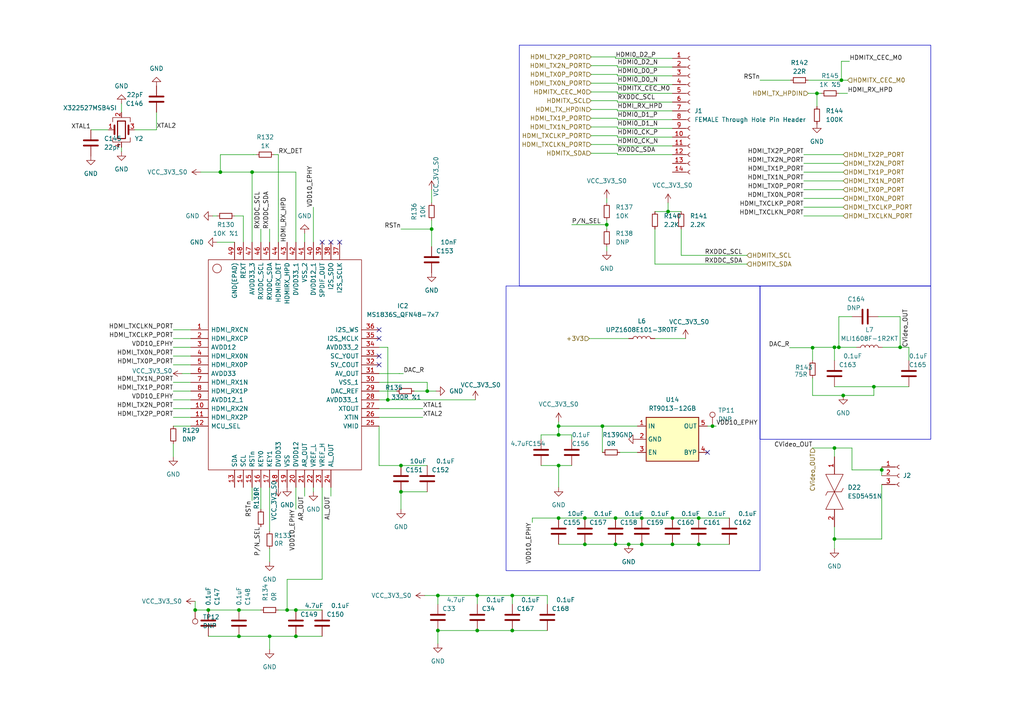
<source format=kicad_sch>
(kicad_sch (version 20231120) (generator "eeschema") (generator_version "7.99")
  (paper "A4")
  (junction (at 253.4574 112.1637))
  (junction (at 127 172.72))
  (junction (at 63.9183 49.9185))
  (junction (at 116.2974 142.6437))
  (junction (at 202.6574 157.8837))
  (junction (at 169.6374 150.2637))
  (junction (at 175.9874 65.1737))
  (junction (at 244.0487 23.2637))
  (junction (at 123.9174 113.4337))
  (junction (at 206.6461 123.5937))
  (junction (at 261.0774 100.7337))
  (junction (at 195.0374 157.8837))
  (junction (at 148.59 172.72))
  (junction (at 235.6774 100.8488))
  (junction (at 186.1474 150.2637))
  (junction (at 125.1874 66.4437))
  (junction (at 178.5274 157.8837))
  (junction (at 202.6574 150.2637))
  (junction (at 138.43 172.72))
  (junction (at 148.59 182.88))
  (junction (at 60.4174 176.9337))
  (junction (at 138.43 182.88))
  (junction (at 178.5274 150.2637))
  (junction (at 242.0274 156.3403))
  (junction (at 255.7436 136.2937))
  (junction (at 186.1474 157.8837))
  (junction (at 83.2774 176.9337))
  (junction (at 127 182.88))
  (junction (at 162.0174 126.1337))
  (junction (at 85.8174 184.5537))
  (junction (at 169.6374 157.8837))
  (junction (at 69.3074 184.5537))
  (junction (at 162.0174 123.5937))
  (junction (at 244.5674 114.7037))
  (junction (at 242.0274 129.9437))
  (junction (at 243.2974 100.7337))
  (junction (at 78.1974 184.5537))
  (junction (at 112.4874 115.9737))
  (junction (at 73.1174 49.9185))
  (junction (at 236.9474 27.0737))
  (junction (at 162.0174 150.2637))
  (junction (at 56.6074 176.9337))
  (junction (at 242.0274 100.7337))
  (junction (at 193.7674 61.3637))
  (junction (at 162.0174 135.0237))
  (junction (at 174.7174 123.5937))
  (junction (at 85.8174 176.9337))
  (junction (at 116.2974 135.0237))
  (junction (at 69.3074 176.9337))
  (junction (at 182.3374 157.8837))
  (junction (at 195.0374 150.2637))
  (no_connect (at 109.9474 98.1937))
  (no_connect (at 98.5174 70.2537))
  (no_connect (at 205.1974 131.2137))
  (no_connect (at 109.9474 95.6537))
  (no_connect (at 109.9474 105.8137))
  (no_connect (at 109.9474 103.2737))
  (no_connect (at 95.9774 70.2537))
  (no_connect (at 93.4374 70.2537))
  (wire (pts (xy 169.6374 157.8837) (xy 178.5274 157.8837)))
  (wire (pts (xy 50.2574 118.5137) (xy 55.3374 118.5137)))
  (wire (pts (xy 195.0374 32.1537) (xy 179.07 32.1537)))
  (wire (pts (xy 138.43 182.88) (xy 127 182.88)))
  (wire (pts (xy 195.0374 29.6137) (xy 179.07 29.6137)))
  (wire (pts (xy 233.1374 57.5537) (xy 244.5674 57.5537)))
  (wire (pts (xy 148.59 172.72) (xy 138.43 172.72)))
  (wire (pts (xy 244.0487 23.2637) (xy 245.8374 23.2637)))
  (wire (pts (xy 169.6374 150.2637) (xy 178.5274 150.2637)))
  (wire (pts (xy 195.0374 42.3137) (xy 179.07 42.3137)))
  (wire (pts (xy 235.6774 114.7037) (xy 235.6774 109.6237)))
  (wire (pts (xy 122.6474 121.0537) (xy 109.9474 121.0537)))
  (wire (pts (xy 174.7174 123.5937) (xy 174.7174 131.2137)))
  (wire (pts (xy 158.75 175.26) (xy 158.75 172.72)))
  (wire (pts (xy 63.9183 49.9185) (xy 58.2176 49.9185)))
  (wire (pts (xy 137.8874 115.9737) (xy 112.4874 115.9737)))
  (wire (pts (xy 61.6874 62.6337) (xy 62.9574 62.6337)))
  (wire (pts (xy 179.7974 131.2137) (xy 184.8774 131.2137)))
  (wire (pts (xy 175.9874 65.1737) (xy 175.9874 63.9037)))
  (wire (pts (xy 73.4862 44.8604) (xy 73.4862 44.8537)))
  (wire (pts (xy 126.4574 113.4337) (xy 123.9174 113.4337)))
  (wire (pts (xy 120.1074 113.4337) (xy 123.9174 113.4337)))
  (wire (pts (xy 85.8174 176.9337) (xy 83.2774 176.9337)))
  (wire (pts (xy 156.9374 135.0237) (xy 162.0174 135.0237)))
  (wire (pts (xy 63.9183 44.8604) (xy 63.9183 49.9185)))
  (wire (pts (xy 39.045 37.6506) (xy 45.395 37.6506)))
  (wire (pts (xy 165.8274 65.1737) (xy 175.9874 65.1737)))
  (wire (pts (xy 179.07 21.9937) (xy 179.07 21.59)))
  (wire (pts (xy 75.6574 147.7237) (xy 75.6574 141.3737)))
  (wire (pts (xy 179.07 37.2337) (xy 179.07 36.83)))
  (wire (pts (xy 148.59 182.88) (xy 138.43 182.88)))
  (wire (pts (xy 263.6174 100.7337) (xy 263.6174 104.5437)))
  (wire (pts (xy 109.9474 100.7337) (xy 112.4874 100.7337)))
  (wire (pts (xy 60.4174 176.9337) (xy 56.6074 176.9337)))
  (wire (pts (xy 88.3574 67.7137) (xy 88.3574 70.2537)))
  (wire (pts (xy 235.6774 129.9437) (xy 242.0274 129.9437)))
  (wire (pts (xy 50.2574 113.4337) (xy 55.3374 113.4337)))
  (wire (pts (xy 235.6774 104.5437) (xy 235.6774 100.8488)))
  (wire (pts (xy 195.0374 19.4537) (xy 179.07 19.4537)))
  (wire (pts (xy 83.2774 176.9337) (xy 80.7374 176.9337)))
  (wire (pts (xy 255.7436 136.2937) (xy 255.7436 137.9873)))
  (wire (pts (xy 193.7674 61.3637) (xy 197.5774 61.3637)))
  (wire (pts (xy 243.2974 91.8437) (xy 243.2974 100.7337)))
  (wire (pts (xy 195.0374 24.5337) (xy 179.07 24.5337)))
  (wire (pts (xy 202.6574 150.2637) (xy 211.5474 150.2637)))
  (wire (pts (xy 116.2974 142.6437) (xy 123.9174 142.6437)))
  (wire (pts (xy 69.3074 184.5537) (xy 78.1974 184.5537)))
  (wire (pts (xy 69.3074 176.9337) (xy 60.4174 176.9337)))
  (wire (pts (xy 244.5674 114.7037) (xy 253.4574 114.7037)))
  (wire (pts (xy 116.2974 147.7237) (xy 116.2974 142.6437)))
  (wire (pts (xy 156.9374 126.1337) (xy 162.0174 126.1337)))
  (wire (pts (xy 85.8174 49.9185) (xy 73.1174 49.9185)))
  (wire (pts (xy 112.4874 115.9737) (xy 109.9474 115.9737)))
  (wire (pts (xy 138.43 172.72) (xy 127 172.72)))
  (wire (pts (xy 50.2574 95.6537) (xy 55.3374 95.6537)))
  (wire (pts (xy 70.5774 62.6337) (xy 68.0374 62.6337)))
  (wire (pts (xy 233.1374 49.9337) (xy 244.5674 49.9337)))
  (wire (pts (xy 247.1074 136.2937) (xy 247.1074 129.9437)))
  (wire (pts (xy 162.0174 126.1337) (xy 165.8274 126.1337)))
  (wire (pts (xy 193.7674 58.8237) (xy 193.7674 61.3637)))
  (wire (pts (xy 138.43 175.26) (xy 138.43 172.72)))
  (wire (pts (xy 233.1374 62.6337) (xy 244.5674 62.6337)))
  (wire (pts (xy 246.38 17.78) (xy 244.0487 17.78)))
  (wire (pts (xy 171.45 21.59) (xy 179.07 21.59)))
  (wire (pts (xy 50.2574 123.5937) (xy 55.3374 123.5937)))
  (wire (pts (xy 179.07 19.4537) (xy 179.07 19.05)))
  (wire (pts (xy 50.2574 100.7337) (xy 55.3374 100.7337)))
  (wire (pts (xy 165.8274 126.1337) (xy 165.8274 127.4037)))
  (wire (pts (xy 50.2574 121.0537) (xy 55.3374 121.0537)))
  (wire (pts (xy 45.395 32.5706) (xy 45.395 37.6506)))
  (wire (pts (xy 255.7436 140.5273) (xy 255.7436 156.3403)))
  (wire (pts (xy 123.9174 110.8937) (xy 123.9174 113.4337)))
  (wire (pts (xy 125.1874 71.5237) (xy 125.1874 66.4437)))
  (wire (pts (xy 255.9974 100.7337) (xy 261.0774 100.7337)))
  (wire (pts (xy 186.1474 150.2637) (xy 195.0374 150.2637)))
  (wire (pts (xy 85.8174 184.5537) (xy 93.4374 184.5537)))
  (wire (pts (xy 50.2574 115.9737) (xy 55.3374 115.9737)))
  (wire (pts (xy 195.0374 39.7737) (xy 179.07 39.7737)))
  (wire (pts (xy 75.6574 66.4437) (xy 75.6574 70.2537)))
  (wire (pts (xy 174.7174 123.5937) (xy 184.8774 123.5937)))
  (wire (pts (xy 243.2974 100.7337) (xy 242.0274 100.7337)))
  (wire (pts (xy 195.0374 21.9937) (xy 179.07 21.9937)))
  (wire (pts (xy 179.07 27.0737) (xy 179.07 26.67)))
  (wire (pts (xy 78.1974 66.4437) (xy 78.1974 70.2537)))
  (wire (pts (xy 112.4874 100.7337) (xy 112.4874 115.9737)))
  (wire (pts (xy 162.0174 157.8837) (xy 169.6374 157.8837)))
  (wire (pts (xy 261.0774 91.8437) (xy 254.7274 91.8437)))
  (wire (pts (xy 242.0274 152.8037) (xy 242.0274 156.3403)))
  (wire (pts (xy 35.235 30.0306) (xy 35.235 32.5706)))
  (wire (pts (xy 78.1974 159.1537) (xy 78.1974 162.9637)))
  (wire (pts (xy 171.45 19.05) (xy 179.07 19.05)))
  (wire (pts (xy 80.7374 44.8537) (xy 80.7374 70.2537)))
  (wire (pts (xy 178.5274 157.8837) (xy 182.3374 157.8837)))
  (wire (pts (xy 122.6474 118.5137) (xy 109.9474 118.5137)))
  (wire (pts (xy 90.8974 60.0937) (xy 90.8974 70.2537)))
  (wire (pts (xy 255.7436 135.4473) (xy 255.7436 136.2937)))
  (wire (pts (xy 63.9183 44.8604) (xy 73.4862 44.8604)))
  (wire (pts (xy 195.0374 150.2637) (xy 202.6574 150.2637)))
  (wire (pts (xy 236.9474 27.0737) (xy 238.2174 27.0737)))
  (wire (pts (xy 154.3974 151.5337) (xy 154.3974 150.2637)))
  (wire (pts (xy 162.0174 122.3237) (xy 162.0174 123.5937)))
  (wire (pts (xy 253.4574 112.1637) (xy 253.4574 114.7037)))
  (wire (pts (xy 156.9374 127.4037) (xy 156.9374 126.1337)))
  (wire (pts (xy 78.1974 154.0737) (xy 78.1974 141.3737)))
  (wire (pts (xy 73.4862 44.8537) (xy 74.3874 44.8537)))
  (wire (pts (xy 78.1974 184.5537) (xy 85.8174 184.5537)))
  (wire (pts (xy 115.0274 113.4337) (xy 109.9474 113.4337)))
  (wire (pts (xy 88.3574 143.9137) (xy 88.3574 141.3737)))
  (wire (pts (xy 171.45 16.51) (xy 178.5274 16.51)))
  (wire (pts (xy 162.0174 123.5937) (xy 174.7174 123.5937)))
  (wire (pts (xy 123.19 172.72) (xy 127 172.72)))
  (wire (pts (xy 233.1374 52.4737) (xy 244.5674 52.4737)))
  (wire (pts (xy 247.1074 136.2937) (xy 255.7436 136.2937)))
  (wire (pts (xy 261.0774 100.7337) (xy 263.6174 100.7337)))
  (wire (pts (xy 50.2574 98.1937) (xy 55.3374 98.1937)))
  (wire (pts (xy 234.4074 27.0737) (xy 236.9474 27.0737)))
  (wire (pts (xy 171.45 26.67) (xy 179.07 26.67)))
  (wire (pts (xy 93.4374 141.3737) (xy 93.4374 168.0437)))
  (wire (pts (xy 202.6574 157.8837) (xy 211.5474 157.8837)))
  (wire (pts (xy 242.0274 156.3403) (xy 242.0274 159.1537)))
  (wire (pts (xy 189.9574 61.3637) (xy 193.7674 61.3637)))
  (wire (pts (xy 85.8174 70.2537) (xy 85.8174 49.9185)))
  (wire (pts (xy 93.4374 168.0437) (xy 83.2774 168.0437)))
  (wire (pts (xy 117.0066 108.3625) (xy 115.824 108.3625)))
  (wire (pts (xy 127 172.72) (xy 127 175.26)))
  (wire (pts (xy 242.0274 112.1637) (xy 253.4574 112.1637)))
  (wire (pts (xy 179.07 44.8537) (xy 179.07 44.45)))
  (wire (pts (xy 123.9174 135.0237) (xy 116.2974 135.0237)))
  (wire (pts (xy 248.3774 100.7337) (xy 243.2974 100.7337)))
  (wire (pts (xy 70.5774 62.6337) (xy 70.5774 70.2537)))
  (wire (pts (xy 242.0274 129.9437) (xy 242.0274 132.4837)))
  (wire (pts (xy 171.45 36.83) (xy 179.07 36.83)))
  (wire (pts (xy 178.5274 150.2637) (xy 186.1474 150.2637)))
  (wire (pts (xy 50.2574 103.2737) (xy 55.3374 103.2737)))
  (wire (pts (xy 83.2774 168.0437) (xy 83.2774 176.9337)))
  (wire (pts (xy 179.07 34.6937) (xy 179.07 34.29)))
  (wire (pts (xy 50.2574 132.4837) (xy 50.2574 128.6737)))
  (wire (pts (xy 171.45 31.75) (xy 179.07 31.75)))
  (wire (pts (xy 79.4674 44.8537) (xy 80.7374 44.8537)))
  (wire (pts (xy 189.9574 76.6037) (xy 216.6274 76.6037)))
  (wire (pts (xy 170.9074 98.1937) (xy 182.3374 98.1937)))
  (wire (pts (xy 171.45 44.45) (xy 179.07 44.45)))
  (wire (pts (xy 195.0374 157.8837) (xy 202.6574 157.8837)))
  (wire (pts (xy 247.1074 129.9437) (xy 242.0274 129.9437)))
  (wire (pts (xy 236.9474 30.8837) (xy 236.9474 27.0737)))
  (wire (pts (xy 95.9774 143.9137) (xy 95.9774 141.3737)))
  (wire (pts (xy 175.9874 72.7937) (xy 175.9874 71.5237)))
  (wire (pts (xy 62.9574 70.2537) (xy 68.0374 70.2537)))
  (wire (pts (xy 179.07 42.3137) (xy 179.07 41.91)))
  (wire (pts (xy 195.0374 34.6937) (xy 179.07 34.6937)))
  (wire (pts (xy 234.4074 23.2637) (xy 244.0487 23.2637)))
  (wire (pts (xy 73.1174 70.2537) (xy 73.1174 49.9185)))
  (wire (pts (xy 148.59 175.26) (xy 148.59 172.72)))
  (wire (pts (xy 171.45 34.29) (xy 179.07 34.29)))
  (wire (pts (xy 26.345 37.6506) (xy 31.425 37.6506)))
  (wire (pts (xy 115.824 108.3625) (xy 115.824 108.3537)))
  (wire (pts (xy 115.824 108.3537) (xy 109.9474 108.3537)))
  (wire (pts (xy 197.5774 74.0637) (xy 216.6274 74.0637)))
  (wire (pts (xy 189.9574 66.4437) (xy 189.9574 76.6037)))
  (wire (pts (xy 235.6774 100.7337) (xy 242.0274 100.7337)))
  (wire (pts (xy 35.235 44.0006) (xy 35.235 42.7306)))
  (wire (pts (xy 261.0774 91.8437) (xy 261.0774 100.7337)))
  (wire (pts (xy 158.75 172.72) (xy 148.59 172.72)))
  (wire (pts (xy 75.6574 176.9337) (xy 69.3074 176.9337)))
  (wire (pts (xy 233.1374 47.3937) (xy 244.5674 47.3937)))
  (wire (pts (xy 56.6074 176.9337) (xy 56.6074 174.3937)))
  (wire (pts (xy 243.2974 91.8437) (xy 247.1074 91.8437)))
  (wire (pts (xy 233.1374 55.0137) (xy 244.5674 55.0137)))
  (wire (pts (xy 233.1374 60.0937) (xy 244.5674 60.0937)))
  (wire (pts (xy 125.1874 66.4437) (xy 125.1874 63.9037)))
  (wire (pts (xy 206.6461 123.5937) (xy 205.1974 123.5937)))
  (wire (pts (xy 195.0374 37.2337) (xy 179.07 37.2337)))
  (wire (pts (xy 171.45 29.21) (xy 179.07 29.21)))
  (wire (pts (xy 109.9474 110.8937) (xy 123.9174 110.8937)))
  (wire (pts (xy 242.0274 156.3403) (xy 255.7436 156.3403)))
  (wire (pts (xy 197.5774 66.4437) (xy 197.5774 74.0637)))
  (wire (pts (xy 235.6774 100.8488) (xy 235.6774 100.7337)))
  (wire (pts (xy 175.9874 58.8237) (xy 175.9874 57.5537)))
  (wire (pts (xy 195.0374 27.0737) (xy 179.07 27.0737)))
  (wire (pts (xy 90.8974 142.6437) (xy 90.8974 141.3737)))
  (wire (pts (xy 179.07 29.6137) (xy 179.07 29.21)))
  (wire (pts (xy 178.5274 16.9137) (xy 195.0374 16.9137)))
  (wire (pts (xy 116.2974 66.4437) (xy 125.1874 66.4437)))
  (wire (pts (xy 60.4174 184.5537) (xy 69.3074 184.5537)))
  (wire (pts (xy 179.07 39.7737) (xy 179.07 39.37)))
  (wire (pts (xy 78.1974 188.3637) (xy 78.1974 184.5537)))
  (wire (pts (xy 162.0174 135.0237) (xy 165.8274 135.0237)))
  (wire (pts (xy 171.45 39.37) (xy 179.07 39.37)))
  (wire (pts (xy 73.1174 49.9185) (xy 63.9183 49.9185)))
  (wire (pts (xy 116.2974 135.0237) (xy 109.9474 135.0237)))
  (wire (pts (xy 109.9474 135.0237) (xy 109.9474 123.5937)))
  (wire (pts (xy 195.0374 44.8537) (xy 179.07 44.8537)))
  (wire (pts (xy 182.3374 157.8837) (xy 186.1474 157.8837)))
  (wire (pts (xy 93.4374 176.9337) (xy 85.8174 176.9337)))
  (wire (pts (xy 189.9574 98.1937) (xy 198.8474 98.1937)))
  (wire (pts (xy 242.0274 100.7337) (xy 242.0274 104.5437)))
  (wire (pts (xy 50.2574 105.8137) (xy 55.3374 105.8137)))
  (wire (pts (xy 158.75 182.88) (xy 148.59 182.88)))
  (wire (pts (xy 162.0174 123.5937) (xy 162.0174 126.1337)))
  (wire (pts (xy 178.5274 16.51) (xy 178.5274 16.9137)))
  (wire (pts (xy 243.2974 27.0737) (xy 245.8374 27.0737)))
  (wire (pts (xy 73.1174 145.1837) (xy 73.1174 141.3737)))
  (wire (pts (xy 186.1474 157.8837) (xy 195.0374 157.8837)))
  (wire (pts (xy 233.1374 44.8537) (xy 244.5674 44.8537)))
  (wire (pts (xy 50.2574 110.8937) (xy 55.3374 110.8937)))
  (wire (pts (xy 175.9874 66.4437) (xy 175.9874 65.1737)))
  (wire (pts (xy 125.1874 58.8237) (xy 125.1874 55.0137)))
  (wire (pts (xy 52.7974 108.3537) (xy 55.3374 108.3537)))
  (wire (pts (xy 162.0174 135.0237) (xy 162.0174 141.3737)))
  (wire (pts (xy 171.45 41.91) (xy 179.07 41.91)))
  (wire (pts (xy 179.07 32.1537) (xy 179.07 31.75)))
  (wire (pts (xy 85.8174 147.7237) (xy 85.8174 141.3737)))
  (wire (pts (xy 253.4574 112.1637) (xy 263.6174 112.1637)))
  (wire (pts (xy 244.0487 17.78) (xy 244.0487 23.2637)))
  (wire (pts (xy 235.6774 114.7037) (xy 244.5674 114.7037)))
  (wire (pts (xy 220.4374 23.2637) (xy 229.3274 23.2637)))
  (wire (pts (xy 127 182.88) (xy 127 186.69)))
  (wire (pts (xy 171.45 24.13) (xy 179.07 24.13)))
  (wire (pts (xy 179.07 24.5337) (xy 179.07 24.13)))
  (wire (pts (xy 235.6774 100.8488) (xy 229.0122 100.8488)))
  (wire (pts (xy 207.7374 123.5937) (xy 206.6461 123.5937)))
  (wire (pts (xy 162.0174 150.2637) (xy 169.6374 150.2637)))
  (wire (pts (xy 154.3974 150.2637) (xy 162.0174 150.2637)))
  (rectangle (start 146.7774 82.9537) (end 220.4374 165.5037))
  (rectangle (start 220.4374 82.9537) (end 269.9674 127.4037))
  (rectangle (start 150.622 13.1037) (end 269.9674 82.9537))
  (label "CVideo_OUT" (at 263.6174 100.7337 90))
  (label "HDMI0_CK_N" (at 179.07 41.91 0))
  (label "P{slash}N_SEL" (at 75.6574 152.8037 270))
  (label "XTAL1" (at 26.345 37.6506 180))
  (label "HDMI_TXCLKP_PORT" (at 233.1374 60.0937 180))
  (label "HDMI0_D1_P" (at 179.07 34.29 0))
  (label "HDMI_TXCLKP_PORT" (at 50.2574 98.1937 180))
  (label "HDMITX_CEC_M0" (at 179.07 26.67 0))
  (label "HDMI_TX1P_PORT" (at 50.2574 113.4337 180))
  (label "RSTn" (at 73.1174 145.1837 270))
  (label "HDMI_RX_HPD" (at 179.07 31.75 0))
  (label "HDMI0_D1_N" (at 179.07 36.83 0))
  (label "DAC_R" (at 117.0066 108.3625 0))
  (label "P{slash}N_SEL" (at 165.8274 65.1737 0))
  (label "RXDDC_SDA" (at 179.07 44.45 0))
  (label "RXDDC_SCL" (at 215.3574 74.0637 180))
  (label "HDMI_TX1P_PORT" (at 233.1374 49.9337 180))
  (label "HDMI0_D2_P" (at 178.5274 16.9137 0))
  (label "VDD10_EPHY" (at 85.8174 147.7237 270))
  (label "AL_OUT" (at 95.9774 143.9137 270))
  (label "RSTn" (at 220.4374 23.2637 180))
  (label "HDMI_TX0P_PORT" (at 50.2574 105.8137 180))
  (label "HDMITX_CEC_M0" (at 246.38 17.78 0))
  (label "HDMI0_D2_N" (at 179.07 19.05 0))
  (label "VDD10_EPHY" (at 50.2574 115.9737 180))
  (label "HDMI_TX2N_PORT" (at 233.1374 47.3937 180))
  (label "HDMI0_D0_N" (at 179.07 24.13 0))
  (label "VDD10_EPHY" (at 207.7374 123.5937 0))
  (label "CVideo_OUT" (at 235.6774 129.9437 180))
  (label "HDMI_TX1N_PORT" (at 50.2574 110.8937 180))
  (label "HDMI_TX1N_PORT" (at 233.1374 52.4737 180))
  (label "HDMI_TX0N_PORT" (at 50.2574 103.2737 180))
  (label "HDMI_TX0N_PORT" (at 233.1374 57.5537 180))
  (label "VDD10_EPHY" (at 154.3974 151.5337 270))
  (label "HDMI0_CK_P" (at 179.07 39.37 0))
  (label "HDMI_TX2N_PORT" (at 50.2574 118.5137 180))
  (label "RXDDC_SDA" (at 215.3574 76.6037 180))
  (label "HDMI_TXCLKN_PORT" (at 50.2574 95.6537 180))
  (label "RSTn" (at 116.2974 66.4437 180))
  (label "RXDDC_SDA" (at 78.1974 66.4437 90))
  (label "VDD10_EPHY" (at 90.8974 60.0937 90))
  (label "XTAL2" (at 122.6474 121.0537 0))
  (label "XTAL1" (at 122.6474 118.5137 0))
  (label "HDMI0_D0_P" (at 179.07 21.59 0))
  (label "XTAL2" (at 45.395 37.4969 0))
  (label "HDMI_RX_HPD" (at 245.8374 27.0737 0))
  (label "DAC_R" (at 229.0122 100.8488 180))
  (label "RX_DET" (at 80.7374 44.8537 0))
  (label "HDMI_RX_HPD" (at 83.2774 70.2537 90))
  (label "HDMI_TX2P_PORT" (at 50.2574 121.0537 180))
  (label "AR_OUT" (at 88.3574 143.9137 270))
  (label "HDMI_TX2P_PORT" (at 233.1374 44.8537 180))
  (label "HDMI_TXCLKN_PORT" (at 233.1374 62.6337 180))
  (label "RXDDC_SCL" (at 179.07 29.21 0))
  (label "VDD10_EPHY" (at 50.2574 100.7337 180))
  (label "HDMI_TX0P_PORT" (at 233.1374 55.0137 180))
  (label "RXDDC_SCL" (at 75.6574 66.4437 90))
  (hierarchical_label "HDMI_TX2N_PORT" (shape input) (at 171.45 19.05 180))
  (hierarchical_label "HDMI_TX1N_PORT" (shape input) (at 171.45 36.83 180))
  (hierarchical_label "HDMI_TX0P_PORT" (shape input) (at 244.5674 55.0137 0))
  (hierarchical_label "HDMITX_CEC_M0" (shape input) (at 245.8374 23.2637 0))
  (hierarchical_label "HDMI_TX1P_PORT" (shape input) (at 244.5674 49.9337 0))
  (hierarchical_label "HDMI_TX1P_PORT" (shape input) (at 171.45 34.29 180))
  (hierarchical_label "+3V3" (shape input) (at 170.9074 98.1937 180))
  (hierarchical_label "HDMITX_CEC_M0" (shape input) (at 171.45 26.67 180))
  (hierarchical_label "HDMI_TX0P_PORT" (shape input) (at 171.45 21.59 180))
  (hierarchical_label "HDMITX_SCL" (shape input) (at 171.45 29.21 180))
  (hierarchical_label "HDMI_TXCLKN_PORT" (shape input) (at 171.45 41.91 180))
  (hierarchical_label "HDMITX_SDA" (shape input) (at 171.45 44.45 180))
  (hierarchical_label "HDMI_TXCLKN_PORT" (shape input) (at 244.5674 62.6337 0))
  (hierarchical_label "HDMITX_SDA" (shape input) (at 216.6274 76.6037 0))
  (hierarchical_label "HDMI_TX2P_PORT" (shape input) (at 244.5674 44.8537 0))
  (hierarchical_label "HDMI_TXCLKP_PORT" (shape input) (at 171.45 39.37 180))
  (hierarchical_label "HDMI_TX0N_PORT" (shape input) (at 171.45 24.13 180))
  (hierarchical_label "HDMI_TX_HPDIN" (shape input) (at 234.4074 27.0737 180))
  (hierarchical_label "HDMI_TX1N_PORT" (shape input) (at 244.5674 52.4737 0))
  (hierarchical_label "HDMI_TX0N_PORT" (shape input) (at 244.5674 57.5537 0))
  (hierarchical_label "HDMITX_SCL" (shape input) (at 216.6274 74.0637 0))
  (hierarchical_label "HDMI_TX_HPDIN" (shape input) (at 171.45 31.75 180))
  (hierarchical_label "HDMI_TXCLKP_PORT" (shape input) (at 244.5674 60.0937 0))
  (hierarchical_label "HDMI_TX2P_PORT" (shape input) (at 171.45 16.51 180))
  (hierarchical_label "HDMI_TX2N_PORT" (shape input) (at 244.5674 47.3937 0))
  (hierarchical_label "CVideo_OUT" (shape input) (at 235.6774 129.9437 270))
  (symbol (lib_id "power:GND") (at 236.9474 35.9637 0) (unit 1)
    (property "Reference" "#PWR0188" (effects (hide yes)))
    (property "Value" "GND" (at 236.9474 41.0437 0))
    (property "Description" "Power symbol creates a global label with name \"GND\" , ground" (effects (hide yes)))
    (instances (project "RP2040_minimal" (path "" (reference "#PWR0188") (unit 1))) (project "HDMI_CVBS" (path "" (reference "#PWR087") (unit 1))) (project "HDMI_CVBS" (path "" (reference "#PWR08") (unit 1))))
  )
  (symbol (lib_id "Device:R_Small") (at 236.9474 33.4237 0) (unit 1)
    (property "Reference" "R144" (at 239.4874 32.1537 0) (effects (justify left)))
    (property "Value" "100K" (at 239.4874 34.6937 0) (effects (justify left)))
    (property "Footprint" "Resistor_SMD:R_0603_1608Metric" (effects (hide yes)))
    (property "Description" "Resistor, small symbol" (effects (hide yes)))
    (instances (project "RP2040_minimal" (path "" (reference "R144") (unit 1))) (project "HDMI_CVBS" (path "" (reference "R50") (unit 1))) (project "HDMI_CVBS" (path "" (reference "R7") (unit 1))))
  )
  (symbol (lib_id "Device:R_Small") (at 240.7574 27.0737 270) (unit 1)
    (property "Reference" "R145" (at 240.7574 21.9937 90))
    (property "Value" "1K %5" (at 240.7574 24.5337 90))
    (property "Footprint" "Resistor_SMD:R_0603_1608Metric" (effects (hide yes)))
    (property "Description" "Resistor, small symbol" (effects (hide yes)))
    (instances (project "RP2040_minimal" (path "" (reference "R145") (unit 1))) (project "HDMI_CVBS" (path "" (reference "R51") (unit 1))) (project "HDMI_CVBS" (path "" (reference "R6") (unit 1))))
  )
  (symbol (lib_id "Device:C") (at 165.8274 131.2137 0) (unit 1)
    (property "Reference" "C156" (at 165.8274 128.6737 0) (effects (justify left)))
    (property "Value" "0.1uF" (at 165.8274 126.1337 0) (effects (justify left)))
    (property "Footprint" "Capacitor_SMD:C_0603_1608Metric" (effects (hide yes)))
    (property "Description" "Unpolarized capacitor" (effects (hide yes)))
    (instances (project "RP2040_minimal" (path "" (reference "C156") (unit 1))) (project "HDMI_CVBS" (path "" (reference "C73") (unit 1))) (project "HDMI_CVBS" (path "" (reference "C4") (unit 1))))
  )
  (symbol (lib_id "power:GND") (at 244.5674 114.7037 0) (unit 1)
    (property "Reference" "#PWR0190" (effects (hide yes)))
    (property "Value" "GND" (at 244.5674 119.7837 0))
    (property "Description" "Power symbol creates a global label with name \"GND\" , ground" (effects (hide yes)))
    (instances (project "RP2040_minimal" (path "" (reference "#PWR0190") (unit 1))) (project "HDMI_CVBS" (path "" (reference "#PWR089") (unit 1))) (project "HDMI_CVBS" (path "" (reference "#PWR015") (unit 1))))
  )
  (symbol (lib_id "Device:C") (at 156.9374 131.2137 0) (unit 1)
    (property "Reference" "C154" (at 153.1274 128.6737 0) (effects (justify left)))
    (property "Value" "4.7uF" (at 148.0474 128.6737 0) (effects (justify left)))
    (property "Footprint" "Capacitor_SMD:C_0603_1608Metric" (effects (hide yes)))
    (property "Description" "Unpolarized capacitor" (effects (hide yes)))
    (instances (project "RP2040_minimal" (path "" (reference "C154") (unit 1))) (project "HDMI_CVBS" (path "" (reference "C71") (unit 1))) (project "HDMI_CVBS" (path "" (reference "C3") (unit 1))))
  )
  (symbol (lib_id "power:GND") (at 126.4574 113.4337 90) (unit 1)
    (property "Reference" "#PWR0166" (effects (hide yes)))
    (property "Value" "GND" (at 130.2674 113.4337 90) (effects (justify right)))
    (property "Description" "Power symbol creates a global label with name \"GND\" , ground" (effects (hide yes)))
    (instances (project "RP2040_minimal" (path "" (reference "#PWR0166") (unit 1))) (project "HDMI_CVBS" (path "" (reference "#PWR075") (unit 1))) (project "HDMI_CVBS" (path "" (reference "#PWR027") (unit 1))))
  )
  (symbol (lib_id "power:GND") (at 61.6874 62.6337 270) (unit 1)
    (property "Reference" "#PWR0150" (effects (hide yes)))
    (property "Value" "GND" (at 57.8774 62.6337 90) (effects (justify right)))
    (property "Description" "Power symbol creates a global label with name \"GND\" , ground" (effects (hide yes)))
    (instances (project "RP2040_minimal" (path "" (reference "#PWR0150") (unit 1))) (project "HDMI_CVBS" (path "" (reference "#PWR064") (unit 1))) (project "HDMI_CVBS" (path "" (reference "#PWR032") (unit 1))))
  )
  (symbol (lib_id "Connector:Conn_01x03_Socket") (at 260.8236 137.9873 0) (unit 1)
    (property "Reference" "J2" (at 261.874 137.922 0) (effects (justify left)))
    (property "Value" "Phono RCA Jack Mono Connector Solder (Boktech advise)" (effects (hide yes)))
    (property "Footprint" "AV_CONNECTOR:AV_CON" (effects (hide yes)))
    (property "Description" "Generic connector, single row, 01x03, script generated" (effects (hide yes)))
  )
  (symbol (lib_id "power:GND") (at 35.235 30.0306 180) (unit 1)
    (property "Reference" "#PWR07" (effects (hide yes)))
    (property "Value" "GND" (at 35.235 24.9506 0))
    (property "Description" "Power symbol creates a global label with name \"GND\" , ground" (effects (hide yes)))
    (instances (project "RP2040_minimal" (path "" (reference "#PWR07") (unit 1))) (project "HDMI_CVBS" (path "" (reference "#PWR058") (unit 1))) (project "HDMI_CVBS" (path "" (reference "#PWR02") (unit 1))))
  )
  (symbol (lib_id "Device:R_Small") (at 76.9274 44.8537 90) (unit 1)
    (property "Reference" "R132" (at 76.9274 39.7737 90))
    (property "Value" "1K" (at 76.9274 42.3137 90))
    (property "Footprint" "Resistor_SMD:R_0603_1608Metric" (effects (hide yes)))
    (property "Description" "Resistor, small symbol" (effects (hide yes)))
    (instances (project "RP2040_minimal" (path "" (reference "R132") (unit 1))) (project "HDMI_CVBS" (path "" (reference "R38") (unit 1))) (project "HDMI_CVBS" (path "" (reference "R17") (unit 1))))
  )
  (symbol (lib_id "power:GND") (at 125.1874 79.1437 0) (unit 1)
    (property "Reference" "#PWR0165" (effects (hide yes)))
    (property "Value" "GND" (at 125.1874 84.2237 0))
    (property "Description" "Power symbol creates a global label with name \"GND\" , ground" (effects (hide yes)))
    (instances (project "RP2040_minimal" (path "" (reference "#PWR0165") (unit 1))) (project "HDMI_CVBS" (path "" (reference "#PWR077") (unit 1))) (project "HDMI_CVBS" (path "" (reference "#PWR029") (unit 1))))
  )
  (symbol (lib_id "Device:R_Small") (at 197.5774 63.9037 180) (unit 1)
    (property "Reference" "R141" (at 200.1174 62.6337 0) (effects (justify right)))
    (property "Value" "2.2K" (at 200.1174 65.1737 0) (effects (justify right)))
    (property "Footprint" "Resistor_SMD:R_0603_1608Metric" (effects (hide yes)))
    (property "Description" "Resistor, small symbol" (effects (hide yes)))
    (instances (project "RP2040_minimal" (path "" (reference "R141") (unit 1))) (project "HDMI_CVBS" (path "" (reference "R47") (unit 1))) (project "HDMI_CVBS" (path "" (reference "R1") (unit 1))))
  )
  (symbol (lib_id "Device:R_Small") (at 50.2574 126.1337 180) (unit 1)
    (property "Reference" "R129" (at 52.7974 124.8637 0) (effects (justify right)))
    (property "Value" "DNP" (at 52.7974 127.4037 0) (effects (justify right)))
    (property "Footprint" "Resistor_SMD:R_0402_1005Metric" (effects (hide yes)))
    (property "Description" "Resistor, small symbol" (effects (hide yes)))
    (instances (project "RP2040_minimal" (path "" (reference "R129") (unit 1))) (project "HDMI_CVBS" (path "" (reference "R35") (unit 1))) (project "HDMI_CVBS" (path "" (reference "R10") (unit 1))))
  )
  (symbol (lib_id "power:VCC") (at 58.2176 49.9185 90) (unit 1)
    (property "Reference" "#PWR0154" (effects (hide yes)))
    (property "Value" "VCC_3V3_S0" (at 54.4076 49.9185 90) (effects (justify left)))
    (property "Description" "Power symbol creates a global label with name \"VCC\"" (effects (hide yes)))
    (instances (project "RP2040_minimal" (path "" (reference "#PWR0154") (unit 1))) (project "HDMI_CVBS" (path "" (reference "#PWR066") (unit 1))) (project "HDMI_CVBS" (path "" (reference "#PWR031") (unit 1))))
  )
  (symbol (lib_id "power:VCC") (at 162.0174 122.3237 0) (unit 1)
    (property "Reference" "#PWR0170" (effects (hide yes)))
    (property "Value" "VCC_3V3_S0" (at 162.0174 117.2437 0))
    (property "Description" "Power symbol creates a global label with name \"VCC\"" (effects (hide yes)))
    (instances (project "RP2040_minimal" (path "" (reference "#PWR0170") (unit 1))) (project "HDMI_CVBS" (path "" (reference "#PWR078") (unit 1))) (project "HDMI_CVBS" (path "" (reference "#PWR011") (unit 1))))
  )
  (symbol (lib_id "power:VCC") (at 80.7374 141.3737 180) (unit 1)
    (property "Reference" "#PWR0157" (effects (hide yes)))
    (property "Value" "VCC_3V3_S0" (at 79.4674 145.1837 90))
    (property "Description" "Power symbol creates a global label with name \"VCC\"" (effects (hide yes)))
    (instances (project "RP2040_minimal" (path "" (reference "#PWR0157") (unit 1))) (project "HDMI_CVBS" (path "" (reference "#PWR069") (unit 1))) (project "HDMI_CVBS" (path "" (reference "#PWR020") (unit 1))))
  )
  (symbol (lib_id "power:VCC") (at 198.8474 98.1937 0) (unit 1)
    (property "Reference" "#PWR0187" (effects (hide yes)))
    (property "Value" "VCC_3V3_S0" (at 194.0214 93.3677 0) (effects (justify left)))
    (property "Description" "Power symbol creates a global label with name \"VCC\"" (effects (hide yes)))
    (instances (project "RP2040_minimal" (path "" (reference "#PWR0187") (unit 1))) (project "HDMI_CVBS" (path "" (reference "#PWR085") (unit 1))) (project "HDMI_CVBS" (path "" (reference "#PWR09") (unit 1))))
  )
  (symbol (lib_id "Device:C") (at 26.345 41.4606 0) (unit 1)
    (property "Reference" "C145" (at 30.155 40.1906 0) (effects (justify left)))
    (property "Value" "22pF" (at 30.155 42.7306 0) (effects (justify left)))
    (property "Footprint" "Capacitor_SMD:C_0603_1608Metric" (effects (hide yes)))
    (property "Description" "Unpolarized capacitor" (effects (hide yes)))
    (instances (project "RP2040_minimal" (path "" (reference "C145") (unit 1))) (project "HDMI_CVBS" (path "" (reference "C62") (unit 1))) (project "HDMI_CVBS" (path "" (reference "C1") (unit 1))))
  )
  (symbol (lib_id "Device:C") (at 178.5274 154.0737 0) (unit 1)
    (property "Reference" "C158" (at 179.7974 151.5337 0) (effects (justify left)))
    (property "Value" "0.1uF" (at 181.0674 148.9937 0) (effects (justify left)))
    (property "Footprint" "Capacitor_SMD:C_0603_1608Metric" (effects (hide yes)))
    (property "Description" "Unpolarized capacitor" (effects (hide yes)))
    (instances (project "RP2040_minimal" (path "" (reference "C158") (unit 1))) (project "HDMI_CVBS" (path "" (reference "C75") (unit 1))) (project "HDMI_CVBS" (path "" (reference "C7") (unit 1))))
  )
  (symbol (lib_id "Device:C") (at 127 179.07 0) (unit 1)
    (property "Reference" "C33" (at 128.27 176.53 0) (effects (justify left)))
    (property "Value" "4.7uF" (at 129.54 173.99 0) (effects (justify left)))
    (property "Footprint" "Capacitor_SMD:C_0603_1608Metric" (effects (hide yes)))
    (property "Description" "Unpolarized capacitor" (effects (hide yes)))
    (instances (project "RP2040_minimal" (path "" (reference "C33") (unit 1))) (project "HDMI_CVBS" (path "" (reference "C66") (unit 1))) (project "HDMI_CVBS" (path "" (reference "C18") (unit 1))))
  )
  (symbol (lib_id "power:GND") (at 90.8974 142.6437 0) (unit 1)
    (property "Reference" "#PWR0160" (effects (hide yes)))
    (property "Value" "GND" (at 90.8974 147.7237 0))
    (property "Description" "Power symbol creates a global label with name \"GND\" , ground" (effects (hide yes)))
    (instances (project "RP2040_minimal" (path "" (reference "#PWR0160") (unit 1))) (project "HDMI_CVBS" (path "" (reference "#PWR072") (unit 1))) (project "HDMI_CVBS" (path "" (reference "#PWR022") (unit 1))))
  )
  (symbol (lib_id "power:VCC") (at 52.7974 108.3537 90) (unit 1)
    (property "Reference" "#PWR0140" (effects (hide yes)))
    (property "Value" "VCC_3V3_S0" (at 50.0034 107.5917 90) (effects (justify left)))
    (property "Description" "Power symbol creates a global label with name \"VCC\"" (effects (hide yes)))
    (instances (project "RP2040_minimal" (path "" (reference "#PWR0140") (unit 1))) (project "HDMI_CVBS" (path "" (reference "#PWR062") (unit 1))) (project "HDMI_CVBS" (path "" (reference "#PWR017") (unit 1))))
  )
  (symbol (lib_id "power:GND") (at 62.9574 70.2537 270) (unit 1)
    (property "Reference" "#PWR0153" (effects (hide yes)))
    (property "Value" "GND" (at 59.1474 70.2537 90) (effects (justify right)))
    (property "Description" "Power symbol creates a global label with name \"GND\" , ground" (effects (hide yes)))
    (instances (project "RP2040_minimal" (path "" (reference "#PWR0153") (unit 1))) (project "HDMI_CVBS" (path "" (reference "#PWR065") (unit 1))) (project "HDMI_CVBS" (path "" (reference "#PWR030") (unit 1))))
  )
  (symbol (lib_id "Device:R_Small") (at 231.8674 23.2637 270) (unit 1)
    (property "Reference" "R142" (at 231.8674 18.1837 90))
    (property "Value" "22R" (at 231.8674 20.7237 90))
    (property "Footprint" "Resistor_SMD:R_0603_1608Metric" (effects (hide yes)))
    (property "Description" "Resistor, small symbol" (effects (hide yes)))
    (instances (project "RP2040_minimal" (path "" (reference "R142") (unit 1))) (project "HDMI_CVBS" (path "" (reference "R48") (unit 1))) (project "HDMI_CVBS" (path "" (reference "R5") (unit 1))))
  )
  (symbol (lib_id "QFN481:MS1836S_QFN48-7x7") (at 60.4174 95.6537 0) (unit 1)
    (property "Reference" "IC2" (at 116.84 88.7255 0))
    (property "Value" "MS1836S_QFN48-7x7" (at 116.84 91.2655 0))
    (property "Footprint" "Package_DFN_QFN:QFN-48-1EP_7x7mm_P0.5mm_EP5.6x5.6mm" (effects (hide yes)))
    (instances (project "RP2040_minimal" (path "" (reference "IC2") (unit 1))) (project "HDMI_CVBS" (path "" (reference "IC2") (unit 1))) (project "HDMI_CVBS" (path "" (reference "IC1") (unit 1))))
  )
  (symbol (lib_id "Device:C") (at 202.6574 154.0737 0) (unit 1)
    (property "Reference" "C161" (at 203.9274 151.5337 0) (effects (justify left)))
    (property "Value" "0.1uF" (at 205.1974 148.9937 0) (effects (justify left)))
    (property "Footprint" "Capacitor_SMD:C_0603_1608Metric" (effects (hide yes)))
    (property "Description" "Unpolarized capacitor" (effects (hide yes)))
    (instances (project "RP2040_minimal" (path "" (reference "C161") (unit 1))) (project "HDMI_CVBS" (path "" (reference "C78") (unit 1))) (project "HDMI_CVBS" (path "" (reference "C10") (unit 1))))
  )
  (symbol (lib_id "power:VCC") (at 193.7674 58.8237 0) (unit 1)
    (property "Reference" "#PWR0186" (effects (hide yes)))
    (property "Value" "VCC_3V3_S0" (at 195.0374 53.7437 0))
    (property "Description" "Power symbol creates a global label with name \"VCC\"" (effects (hide yes)))
    (instances (project "RP2040_minimal" (path "" (reference "#PWR0186") (unit 1))) (project "HDMI_CVBS" (path "" (reference "#PWR086") (unit 1))) (project "HDMI_CVBS" (path "" (reference "#PWR05") (unit 1))))
  )
  (symbol (lib_id "Device:C") (at 69.3074 180.7437 0) (unit 1)
    (property "Reference" "C148" (at 71.8474 175.6637 90) (effects (justify left)))
    (property "Value" "0.1uF" (at 69.3074 175.6637 90) (effects (justify left)))
    (property "Footprint" "Capacitor_SMD:C_0603_1608Metric" (effects (hide yes)))
    (property "Description" "Unpolarized capacitor" (effects (hide yes)))
    (instances (project "RP2040_minimal" (path "" (reference "C148") (unit 1))) (project "HDMI_CVBS" (path "" (reference "C65") (unit 1))) (project "HDMI_CVBS" (path "" (reference "C16") (unit 1))))
  )
  (symbol (lib_id "Device:C") (at 123.9174 138.8337 0) (unit 1)
    (property "Reference" "C152" (at 125.1874 136.2937 0) (effects (justify left)))
    (property "Value" "0.1uF" (at 126.4574 133.7537 0) (effects (justify left)))
    (property "Footprint" "Capacitor_SMD:C_0603_1608Metric" (effects (hide yes)))
    (property "Description" "Unpolarized capacitor" (effects (hide yes)))
    (instances (project "RP2040_minimal" (path "" (reference "C152") (unit 1))) (project "HDMI_CVBS" (path "" (reference "C69") (unit 1))) (project "HDMI_CVBS" (path "" (reference "C20") (unit 1))))
  )
  (symbol (lib_id "power:GND") (at 162.0174 141.3737 0) (unit 1)
    (property "Reference" "#PWR0171" (effects (hide yes)))
    (property "Value" "GND" (at 162.0174 146.4537 0))
    (property "Description" "Power symbol creates a global label with name \"GND\" , ground" (effects (hide yes)))
    (instances (project "RP2040_minimal" (path "" (reference "#PWR0171") (unit 1))) (project "HDMI_CVBS" (path "" (reference "#PWR079") (unit 1))) (project "HDMI_CVBS" (path "" (reference "#PWR012") (unit 1))))
  )
  (symbol (lib_id "power:GND") (at 184.8774 127.4037 270) (unit 1)
    (property "Reference" "#PWR0185" (effects (hide yes)))
    (property "Value" "GND" (at 183.6074 126.1337 90) (effects (justify right)))
    (property "Description" "Power symbol creates a global label with name \"GND\" , ground" (effects (hide yes)))
    (instances (project "RP2040_minimal" (path "" (reference "#PWR0185") (unit 1))) (project "HDMI_CVBS" (path "" (reference "#PWR082") (unit 1))) (project "HDMI_CVBS" (path "" (reference "#PWR013") (unit 1))))
  )
  (symbol (lib_id "power:GND") (at 45.395 24.9506 180) (unit 1)
    (property "Reference" "#PWR054" (effects (hide yes)))
    (property "Value" "GND" (at 45.395 19.8706 0))
    (property "Description" "Power symbol creates a global label with name \"GND\" , ground" (effects (hide yes)))
    (instances (project "RP2040_minimal" (path "" (reference "#PWR054") (unit 1))) (project "HDMI_CVBS" (path "" (reference "#PWR060") (unit 1))) (project "HDMI_CVBS" (path "" (reference "#PWR04") (unit 1))))
  )
  (symbol (lib_id "Device:R_Small") (at 175.9874 68.9837 0) (unit 1)
    (property "Reference" "R138" (at 178.5274 67.7137 0) (effects (justify left)))
    (property "Value" "DNP" (at 178.5274 70.2537 0) (effects (justify left)))
    (property "Footprint" "Resistor_SMD:R_0402_1005Metric" (effects (hide yes)))
    (property "Description" "Resistor, small symbol" (effects (hide yes)))
    (instances (project "RP2040_minimal" (path "" (reference "R138") (unit 1))) (project "HDMI_CVBS" (path "" (reference "R45") (unit 1))) (project "HDMI_CVBS" (path "" (reference "R4") (unit 1))))
  )
  (symbol (lib_id "Connector:TestPoint") (at 56.6074 176.9337 180) (unit 1)
    (property "Reference" "TP12" (at 58.7979 178.9656 0) (effects (justify right)))
    (property "Value" "DNP" (at 58.7979 181.5056 0) (effects (justify right)))
    (property "Footprint" "Connector_Pin:Pin_D1.0mm_L10.0mm" (effects (hide yes)))
    (property "Description" "test point" (effects (hide yes)))
  )
  (symbol (lib_id "Device:C") (at 195.0374 154.0737 0) (unit 1)
    (property "Reference" "C160" (at 196.3074 151.5337 0) (effects (justify left)))
    (property "Value" "0.1uF" (at 197.5774 148.9937 0) (effects (justify left)))
    (property "Footprint" "Capacitor_SMD:C_0603_1608Metric" (effects (hide yes)))
    (property "Description" "Unpolarized capacitor" (effects (hide yes)))
    (instances (project "RP2040_minimal" (path "" (reference "C160") (unit 1))) (project "HDMI_CVBS" (path "" (reference "C77") (unit 1))) (project "HDMI_CVBS" (path "" (reference "C9") (unit 1))))
  )
  (symbol (lib_id "Device:C") (at 263.6174 108.3537 0) (unit 1)
    (property "Reference" "C165" (at 263.6174 105.8137 0) (effects (justify left)))
    (property "Value" "0.1uF" (at 263.6174 103.2737 0) (effects (justify left)))
    (property "Footprint" "Capacitor_SMD:C_0603_1608Metric" (effects (hide yes)))
    (property "Description" "Unpolarized capacitor" (effects (hide yes)))
    (instances (project "RP2040_minimal" (path "" (reference "C165") (unit 1))) (project "HDMI_CVBS" (path "" (reference "C82") (unit 1))) (project "HDMI_CVBS" (path "" (reference "C13") (unit 1))))
  )
  (symbol (lib_id "Device:R_Small") (at 235.6774 107.0837 180) (unit 1)
    (property "Reference" "R143" (at 230.5974 106.5757 0) (effects (justify right)))
    (property "Value" "75R" (at 230.3434 108.6077 0) (effects (justify right)))
    (property "Footprint" "Resistor_SMD:R_0402_1005Metric" (effects (hide yes)))
    (property "Description" "Resistor, small symbol" (effects (hide yes)))
    (instances (project "RP2040_minimal" (path "" (reference "R143") (unit 1))) (project "HDMI_CVBS" (path "" (reference "R49") (unit 1))) (project "HDMI_CVBS" (path "" (reference "R9") (unit 1))))
  )
  (symbol (lib_id "power:GND") (at 182.3374 157.8837 0) (unit 1)
    (property "Reference" "#PWR0176" (effects (hide yes)))
    (property "Value" "GND" (at 182.3374 162.9637 0))
    (property "Description" "Power symbol creates a global label with name \"GND\" , ground" (effects (hide yes)))
    (instances (project "RP2040_minimal" (path "" (reference "#PWR0176") (unit 1))) (project "HDMI_CVBS" (path "" (reference "#PWR081") (unit 1))) (project "HDMI_CVBS" (path "" (reference "#PWR014") (unit 1))))
  )
  (symbol (lib_id "power:GND") (at 78.1974 162.9637 0) (unit 1)
    (property "Reference" "#PWR0155" (effects (hide yes)))
    (property "Value" "GND" (at 78.1974 168.0437 0))
    (property "Description" "Power symbol creates a global label with name \"GND\" , ground" (effects (hide yes)))
    (instances (project "RP2040_minimal" (path "" (reference "#PWR0155") (unit 1))) (project "HDMI_CVBS" (path "" (reference "#PWR067") (unit 1))) (project "HDMI_CVBS" (path "" (reference "#PWR019") (unit 1))))
  )
  (symbol (lib_id "power:GND") (at 50.2574 132.4837 0) (unit 1)
    (property "Reference" "#PWR055" (effects (hide yes)))
    (property "Value" "GND" (at 50.2574 137.5637 0))
    (property "Description" "Power symbol creates a global label with name \"GND\" , ground" (effects (hide yes)))
    (instances (project "RP2040_minimal" (path "" (reference "#PWR055") (unit 1))) (project "HDMI_CVBS" (path "" (reference "#PWR061") (unit 1))) (project "HDMI_CVBS" (path "" (reference "#PWR018") (unit 1))))
  )
  (symbol (lib_id "Device:L") (at 186.1474 98.1937 90) (unit 1)
    (property "Reference" "L6" (at 186.1474 93.1137 90))
    (property "Value" "UPZ1608E101-3R0TF" (at 186.1474 95.6537 90))
    (property "Footprint" "Inductor_SMD:L_0603_1608Metric" (effects (hide yes)))
    (property "Description" "Inductor" (effects (hide yes)))
    (instances (project "RP2040_minimal" (path "" (reference "L6") (unit 1))) (project "HDMI_CVBS" (path "" (reference "L3") (unit 1))) (project "HDMI_CVBS" (path "" (reference "L1") (unit 1))))
  )
  (symbol (lib_id "Device:C") (at 116.2974 138.8337 0) (unit 1)
    (property "Reference" "C151" (at 117.5674 136.2937 0) (effects (justify left)))
    (property "Value" "10uF" (at 118.8374 133.7537 0) (effects (justify left)))
    (property "Footprint" "Capacitor_SMD:C_0603_1608Metric" (effects (hide yes)))
    (property "Description" "Unpolarized capacitor" (effects (hide yes)))
    (instances (project "RP2040_minimal" (path "" (reference "C151") (unit 1))) (project "HDMI_CVBS" (path "" (reference "C68") (unit 1))) (project "HDMI_CVBS" (path "" (reference "C19") (unit 1))))
  )
  (symbol (lib_id "Device:Crystal_GND24") (at 35.235 37.6506 0) (unit 1)
    (property "Reference" "Y2" (at 40.315 40.1906 0))
    (property "Value" "X322527MSB4SI" (at 26.091 31.3006 0))
    (property "Footprint" "Crystal:Crystal_SMD_3225-4Pin_3.2x2.5mm" (effects (hide yes)))
    (property "Datasheet" "https://www.lcsc.com/product-detail/Crystals_Yangxing-Tech-X322527MSB4SI_C9008.html" (effects (hide yes)))
    (property "Description" "Four pin crystal, GND on pins 2 and 4" (effects (hide yes)))
    (instances (project "RP2040_minimal" (path "" (reference "Y2") (unit 1))) (project "HDMI_CVBS" (path "" (reference "Y1") (unit 1))) (project "HDMI_CVBS" (path "" (reference "Y1") (unit 1))))
  )
  (symbol (lib_id "power:VCC") (at 137.8874 115.9737 0) (unit 1)
    (property "Reference" "#PWR0167" (effects (hide yes)))
    (property "Value" "VCC_3V3_S0" (at 139.4114 111.6557 0))
    (property "Description" "Power symbol creates a global label with name \"VCC\"" (effects (hide yes)))
    (instances (project "RP2040_minimal" (path "" (reference "#PWR0167") (unit 1))) (project "HDMI_CVBS" (path "" (reference "#PWR073") (unit 1))) (project "HDMI_CVBS" (path "" (reference "#PWR026") (unit 1))))
  )
  (symbol (lib_id "Device:C") (at 60.4174 180.7437 0) (unit 1)
    (property "Reference" "C147" (at 62.9574 175.6637 90) (effects (justify left)))
    (property "Value" "0.1uF" (at 60.4174 175.6637 90) (effects (justify left)))
    (property "Footprint" "Capacitor_SMD:C_0603_1608Metric" (effects (hide yes)))
    (property "Description" "Unpolarized capacitor" (effects (hide yes)))
    (instances (project "RP2040_minimal" (path "" (reference "C147") (unit 1))) (project "HDMI_CVBS" (path "" (reference "C64") (unit 1))) (project "HDMI_CVBS" (path "" (reference "C15") (unit 1))))
  )
  (symbol (lib_id "Device:C") (at 169.6374 154.0737 0) (unit 1)
    (property "Reference" "C157" (at 170.9074 151.5337 0) (effects (justify left)))
    (property "Value" "0.1uF" (at 172.1774 148.9937 0) (effects (justify left)))
    (property "Footprint" "Capacitor_SMD:C_0603_1608Metric" (effects (hide yes)))
    (property "Description" "Unpolarized capacitor" (effects (hide yes)))
    (instances (project "RP2040_minimal" (path "" (reference "C157") (unit 1))) (project "HDMI_CVBS" (path "" (reference "C74") (unit 1))) (project "HDMI_CVBS" (path "" (reference "C6") (unit 1))))
  )
  (symbol (lib_id "Device:R_Small") (at 78.1974 176.9337 270) (unit 1)
    (property "Reference" "R134" (at 76.9274 174.3937 0) (effects (justify right)))
    (property "Value" "0R" (at 79.4674 174.3937 0) (effects (justify right)))
    (property "Footprint" "Resistor_SMD:R_0402_1005Metric" (effects (hide yes)))
    (property "Description" "Resistor, small symbol" (effects (hide yes)))
    (instances (project "RP2040_minimal" (path "" (reference "R134") (unit 1))) (project "HDMI_CVBS" (path "" (reference "R40") (unit 1))) (project "HDMI_CVBS" (path "" (reference "R13") (unit 1))))
  )
  (symbol (lib_id "Device:R_Small") (at 189.9574 63.9037 180) (unit 1)
    (property "Reference" "R140" (at 192.4974 62.6337 0) (effects (justify right)))
    (property "Value" "2.2K" (at 192.4974 65.1737 0) (effects (justify right)))
    (property "Footprint" "Resistor_SMD:R_0603_1608Metric" (effects (hide yes)))
    (property "Description" "Resistor, small symbol" (effects (hide yes)))
    (instances (project "RP2040_minimal" (path "" (reference "R140") (unit 1))) (project "HDMI_CVBS" (path "" (reference "R46") (unit 1))) (project "HDMI_CVBS" (path "" (reference "R2") (unit 1))))
  )
  (symbol (lib_id "power:VCC") (at 123.19 172.72 90) (unit 1)
    (property "Reference" "#PWR0239" (effects (hide yes)))
    (property "Value" "VCC_3V3_S0" (at 119.38 172.72 90) (effects (justify left)))
    (property "Description" "Power symbol creates a global label with name \"VCC\"" (effects (hide yes)))
    (instances (project "RP2040_minimal" (path "" (reference "#PWR0239") (unit 1))) (project "HDMI_CVBS" (path "" (reference "#PWR063") (unit 1))) (project "HDMI_CVBS" (path "" (reference "#PWR023") (unit 1))))
  )
  (symbol (lib_id "ESD5451N:ESD5451N") (at 242.0274 132.4837 270) (unit 1)
    (property "Reference" "D22" (at 245.8374 141.3737 90) (effects (justify left)))
    (property "Value" "ESD5451N" (at 245.8374 143.9137 90) (effects (justify left)))
    (property "Footprint" "ESD5451N:ESD5451N" (effects (hide yes)))
    (property "Datasheet" "http://www.chinesechip.com/files/2015-06/17a2f895-5278-4787-8e2e-a2829d0233af.pdf" (effects (hide yes)))
    (property "Description" "1-Line, Bi-directional, Transient Voltage Suppressors" (effects (hide yes)))
    (property "Manufacturer_Name" "Will Semiconductor" (effects (hide yes)))
    (property "Manufacturer_Part_Number" "ESD5451N" (effects (hide yes)))
    (instances (project "RP2040_minimal" (path "" (reference "D22") (unit 1))) (project "HDMI_CVBS" (path "" (reference "D10") (unit 1))) (project "HDMI_CVBS" (path "" (reference "D1") (unit 1))))
  )
  (symbol (lib_id "Device:L") (at 252.1874 100.7337 90) (unit 1)
    (property "Reference" "L7" (at 252.1874 95.6537 90))
    (property "Value" "MLI1608F-1R2KT" (at 252.1874 98.1937 90))
    (property "Footprint" "Inductor_SMD:L_0603_1608Metric" (effects (hide yes)))
    (property "Description" "Inductor" (effects (hide yes)))
    (instances (project "RP2040_minimal" (path "" (reference "L7") (unit 1))) (project "HDMI_CVBS" (path "" (reference "L4") (unit 1))) (project "HDMI_CVBS" (path "" (reference "L2") (unit 1))))
  )
  (symbol (lib_id "power:GND") (at 242.0274 159.1537 0) (unit 1)
    (property "Reference" "#PWR0189" (effects (hide yes)))
    (property "Value" "GND" (at 242.0274 164.2337 0))
    (property "Description" "Power symbol creates a global label with name \"GND\" , ground" (effects (hide yes)))
    (instances (project "RP2040_minimal" (path "" (reference "#PWR0189") (unit 1))) (project "HDMI_CVBS" (path "" (reference "#PWR088") (unit 1))) (project "HDMI_CVBS" (path "" (reference "#PWR016") (unit 1))))
  )
  (symbol (lib_id "power:GND") (at 78.1974 188.3637 0) (unit 1)
    (property "Reference" "#PWR0156" (effects (hide yes)))
    (property "Value" "GND" (at 78.1974 193.4437 0))
    (property "Description" "Power symbol creates a global label with name \"GND\" , ground" (effects (hide yes)))
    (instances (project "RP2040_minimal" (path "" (reference "#PWR0156") (unit 1))) (project "HDMI_CVBS" (path "" (reference "#PWR068") (unit 1))) (project "HDMI_CVBS" (path "" (reference "#PWR024") (unit 1))))
  )
  (symbol (lib_id "Connector:TestPoint") (at 206.6461 123.5937 0) (unit 1)
    (property "Reference" "TP11" (at 208.275 119.0216 0) (effects (justify left)))
    (property "Value" "DNP" (at 208.275 121.5616 0) (effects (justify left)))
    (property "Footprint" "Connector_Pin:Pin_D1.0mm_L10.0mm" (effects (hide yes)))
    (property "Description" "test point" (effects (hide yes)))
  )
  (symbol (lib_id "Device:C") (at 158.75 179.07 0) (unit 1)
    (property "Reference" "C168" (at 160.02 176.53 0) (effects (justify left)))
    (property "Value" "0.1uF" (at 161.29 173.99 0) (effects (justify left)))
    (property "Footprint" "Capacitor_SMD:C_0603_1608Metric" (effects (hide yes)))
    (property "Description" "Unpolarized capacitor" (effects (hide yes)))
    (instances (project "RP2040_minimal" (path "" (reference "C168") (unit 1))) (project "HDMI_CVBS" (path "" (reference "C66") (unit 1))) (project "HDMI_CVBS" (path "" (reference "C18") (unit 1))))
  )
  (symbol (lib_id "Device:R_Small") (at 177.2574 131.2137 90) (unit 1)
    (property "Reference" "R139" (at 177.2574 126.1337 90))
    (property "Value" "0R" (at 177.2574 128.6737 90))
    (property "Footprint" "Resistor_SMD:R_0402_1005Metric" (effects (hide yes)))
    (property "Description" "Resistor, small symbol" (effects (hide yes)))
    (instances (project "RP2040_minimal" (path "" (reference "R139") (unit 1))) (project "HDMI_CVBS" (path "" (reference "R43") (unit 1))) (project "HDMI_CVBS" (path "" (reference "R8") (unit 1))))
  )
  (symbol (lib_id "Device:C") (at 162.0174 154.0737 0) (unit 1)
    (property "Reference" "C155" (at 163.2874 151.5337 0) (effects (justify left)))
    (property "Value" "10uF" (at 164.5574 148.9937 0) (effects (justify left)))
    (property "Footprint" "Capacitor_SMD:C_0603_1608Metric" (effects (hide yes)))
    (property "Description" "Unpolarized capacitor" (effects (hide yes)))
    (instances (project "RP2040_minimal" (path "" (reference "C155") (unit 1))) (project "HDMI_CVBS" (path "" (reference "C72") (unit 1))) (project "HDMI_CVBS" (path "" (reference "C5") (unit 1))))
  )
  (symbol (lib_id "power:GND") (at 83.2774 141.3737 0) (unit 1)
    (property "Reference" "#PWR0158" (effects (hide yes)))
    (property "Value" "GND" (at 83.2774 146.4537 0))
    (property "Description" "Power symbol creates a global label with name \"GND\" , ground" (effects (hide yes)))
    (instances (project "RP2040_minimal" (path "" (reference "#PWR0158") (unit 1))) (project "HDMI_CVBS" (path "" (reference "#PWR070") (unit 1))) (project "HDMI_CVBS" (path "" (reference "#PWR021") (unit 1))))
  )
  (symbol (lib_id "Connector:Conn_01x14_Female") (at 200.1174 32.1537 0) (unit 1)
    (property "Reference" "J1" (at 201.3874 32.1536 0) (effects (justify left)))
    (property "Value" "FEMALE Through Hole Pin Header" (at 201.3874 34.6936 0) (effects (justify left)))
    (property "Footprint" "Connector_PinSocket_2.54mm:PinSocket_2x07_P2.54mm_Vertical" (effects (hide yes)))
    (instances (project "RP2040_minimal" (path "" (reference "J1") (unit 1))) (project "HDMI_CVBS" (path "" (reference "J12") (unit 1))) (project "CM4IOv5" (path "" (reference "J12") (unit 1))))
  )
  (symbol (lib_id "power:VCC") (at 125.1874 55.0137 0) (unit 1)
    (property "Reference" "#PWR0164" (effects (hide yes)))
    (property "Value" "VCC_3V3_S0" (at 126.4574 51.2037 90))
    (property "Description" "Power symbol creates a global label with name \"VCC\"" (effects (hide yes)))
    (instances (project "RP2040_minimal" (path "" (reference "#PWR0164") (unit 1))) (project "HDMI_CVBS" (path "" (reference "#PWR076") (unit 1))) (project "HDMI_CVBS" (path "" (reference "#PWR028") (unit 1))))
  )
  (symbol (lib_id "power:GND") (at 26.345 45.2706 0) (unit 1)
    (property "Reference" "#PWR04" (effects (hide yes)))
    (property "Value" "GND" (at 26.345 50.3506 0))
    (property "Description" "Power symbol creates a global label with name \"GND\" , ground" (effects (hide yes)))
    (instances (project "RP2040_minimal" (path "" (reference "#PWR04") (unit 1))) (project "HDMI_CVBS" (path "" (reference "#PWR057") (unit 1))) (project "HDMI_CVBS" (path "" (reference "#PWR01") (unit 1))))
  )
  (symbol (lib_id "power:VCC") (at 175.9874 57.5537 0) (unit 1)
    (property "Reference" "#PWR0172" (effects (hide yes)))
    (property "Value" "VCC_3V3_S0" (at 175.9874 52.4737 0))
    (property "Description" "Power symbol creates a global label with name \"VCC\"" (effects (hide yes)))
    (instances (project "RP2040_minimal" (path "" (reference "#PWR0172") (unit 1))) (project "HDMI_CVBS" (path "" (reference "#PWR083") (unit 1))) (project "HDMI_CVBS" (path "" (reference "#PWR06") (unit 1))))
  )
  (symbol (lib_id "Device:R_Small") (at 117.5674 113.4337 270) (unit 1)
    (property "Reference" "R135" (at 114.2654 112.4177 90))
    (property "Value" "330R %1" (at 117.8214 115.2117 90))
    (property "Footprint" "Resistor_SMD:R_0603_1608Metric" (effects (hide yes)))
    (property "Description" "Resistor, small symbol" (effects (hide yes)))
    (instances (project "RP2040_minimal" (path "" (reference "R135") (unit 1))) (project "HDMI_CVBS" (path "" (reference "R41") (unit 1))) (project "HDMI_CVBS" (path "" (reference "R14") (unit 1))))
  )
  (symbol (lib_id "power:GND") (at 175.9874 72.7937 0) (unit 1)
    (property "Reference" "#PWR0173" (effects (hide yes)))
    (property "Value" "GND" (at 175.9874 77.8737 0))
    (property "Description" "Power symbol creates a global label with name \"GND\" , ground" (effects (hide yes)))
    (instances (project "RP2040_minimal" (path "" (reference "#PWR0173") (unit 1))) (project "HDMI_CVBS" (path "" (reference "#PWR084") (unit 1))) (project "HDMI_CVBS" (path "" (reference "#PWR07") (unit 1))))
  )
  (symbol (lib_id "Device:C") (at 45.395 28.7606 180) (unit 1)
    (property "Reference" "C146" (at 41.585 30.0306 0) (effects (justify left)))
    (property "Value" "22pF" (at 41.585 27.4906 0) (effects (justify left)))
    (property "Footprint" "Capacitor_SMD:C_0603_1608Metric" (effects (hide yes)))
    (property "Description" "Unpolarized capacitor" (effects (hide yes)))
    (instances (project "RP2040_minimal" (path "" (reference "C146") (unit 1))) (project "HDMI_CVBS" (path "" (reference "C63") (unit 1))) (project "HDMI_CVBS" (path "" (reference "C2") (unit 1))))
  )
  (symbol (lib_id "Device:C") (at 125.1874 75.3337 0) (unit 1)
    (property "Reference" "C153" (at 126.4574 72.7937 0) (effects (justify left)))
    (property "Value" "10nF" (at 127.7274 70.2537 0) (effects (justify left)))
    (property "Footprint" "Capacitor_SMD:C_0603_1608Metric" (effects (hide yes)))
    (property "Description" "Unpolarized capacitor" (effects (hide yes)))
    (instances (project "RP2040_minimal" (path "" (reference "C153") (unit 1))) (project "HDMI_CVBS" (path "" (reference "C70") (unit 1))) (project "HDMI_CVBS" (path "" (reference "C21") (unit 1))))
  )
  (symbol (lib_id "Device:C") (at 85.8174 180.7437 0) (unit 1)
    (property "Reference" "C149" (at 87.0874 178.2037 0) (effects (justify left)))
    (property "Value" "4.7uF" (at 88.3574 175.6637 0) (effects (justify left)))
    (property "Footprint" "Capacitor_SMD:C_0603_1608Metric" (effects (hide yes)))
    (property "Description" "Unpolarized capacitor" (effects (hide yes)))
    (instances (project "RP2040_minimal" (path "" (reference "C149") (unit 1))) (project "HDMI_CVBS" (path "" (reference "C66") (unit 1))) (project "HDMI_CVBS" (path "" (reference "C18") (unit 1))))
  )
  (symbol (lib_id "Device:C") (at 93.4374 180.7437 0) (unit 1)
    (property "Reference" "C150" (at 94.7074 178.2037 0) (effects (justify left)))
    (property "Value" "0.1uF" (at 95.9774 175.6637 0) (effects (justify left)))
    (property "Footprint" "Capacitor_SMD:C_0603_1608Metric" (effects (hide yes)))
    (property "Description" "Unpolarized capacitor" (effects (hide yes)))
    (instances (project "RP2040_minimal" (path "" (reference "C150") (unit 1))) (project "HDMI_CVBS" (path "" (reference "C67") (unit 1))) (project "HDMI_CVBS" (path "" (reference "C17") (unit 1))))
  )
  (symbol (lib_id "power:GND") (at 116.2974 147.7237 0) (unit 1)
    (property "Reference" "#PWR0161" (effects (hide yes)))
    (property "Value" "GND" (at 116.2974 152.8037 0))
    (property "Description" "Power symbol creates a global label with name \"GND\" , ground" (effects (hide yes)))
    (instances (project "RP2040_minimal" (path "" (reference "#PWR0161") (unit 1))) (project "HDMI_CVBS" (path "" (reference "#PWR074") (unit 1))) (project "HDMI_CVBS" (path "" (reference "#PWR025") (unit 1))))
  )
  (symbol (lib_id "Device:C") (at 250.9174 91.8437 90) (unit 1)
    (property "Reference" "C164" (at 250.9174 86.7637 90) (effects (justify left)))
    (property "Value" "DNP" (at 249.6474 89.3037 90) (effects (justify left)))
    (property "Footprint" "Capacitor_SMD:C_0603_1608Metric" (effects (hide yes)))
    (property "Description" "Unpolarized capacitor" (effects (hide yes)))
    (instances (project "RP2040_minimal" (path "" (reference "C164") (unit 1))) (project "HDMI_CVBS" (path "" (reference "C81") (unit 1))) (project "HDMI_CVBS" (path "" (reference "C14") (unit 1))))
  )
  (symbol (lib_id "RT9013-12GB:RT9013-12GB") (at 195.0374 119.7837 0) (unit 1)
    (property "Reference" "U14" (at 195.0374 115.9159 0))
    (property "Value" "RT9013-12GB" (at 195.0374 118.4559 0))
    (property "Footprint" "Package_TO_SOT_SMD:SOT-23-5" (effects (hide yes)))
    (property "Description" "Rich Tek" (effects (hide yes)))
  )
  (symbol (lib_id "Device:C") (at 242.0274 108.3537 0) (unit 1)
    (property "Reference" "C163" (at 243.2974 105.8137 0) (effects (justify left)))
    (property "Value" "0.1uF" (at 244.5674 103.2737 0) (effects (justify left)))
    (property "Footprint" "Capacitor_SMD:C_0603_1608Metric" (effects (hide yes)))
    (property "Description" "Unpolarized capacitor" (effects (hide yes)))
    (instances (project "RP2040_minimal" (path "" (reference "C163") (unit 1))) (project "HDMI_CVBS" (path "" (reference "C80") (unit 1))) (project "HDMI_CVBS" (path "" (reference "C12") (unit 1))))
  )
  (symbol (lib_id "Device:C") (at 186.1474 154.0737 0) (unit 1)
    (property "Reference" "C159" (at 187.4174 151.5337 0) (effects (justify left)))
    (property "Value" "0.1uF" (at 188.6874 148.9937 0) (effects (justify left)))
    (property "Footprint" "Capacitor_SMD:C_0603_1608Metric" (effects (hide yes)))
    (property "Description" "Unpolarized capacitor" (effects (hide yes)))
    (instances (project "RP2040_minimal" (path "" (reference "C159") (unit 1))) (project "HDMI_CVBS" (path "" (reference "C76") (unit 1))) (project "HDMI_CVBS" (path "" (reference "C8") (unit 1))))
  )
  (symbol (lib_id "Device:C") (at 138.43 179.07 0) (unit 1)
    (property "Reference" "C34" (at 139.7 176.53 0) (effects (justify left)))
    (property "Value" "0.1uF" (at 140.97 173.99 0) (effects (justify left)))
    (property "Footprint" "Capacitor_SMD:C_0603_1608Metric" (effects (hide yes)))
    (property "Description" "Unpolarized capacitor" (effects (hide yes)))
    (instances (project "RP2040_minimal" (path "" (reference "C34") (unit 1))) (project "HDMI_CVBS" (path "" (reference "C66") (unit 1))) (project "HDMI_CVBS" (path "" (reference "C18") (unit 1))))
  )
  (symbol (lib_id "Device:C") (at 211.5474 154.0737 0) (unit 1)
    (property "Reference" "C162" (at 212.8174 151.5337 0) (effects (justify left)))
    (property "Value" "0.1uF" (at 214.0874 148.9937 0) (effects (justify left)))
    (property "Footprint" "Capacitor_SMD:C_0603_1608Metric" (effects (hide yes)))
    (property "Description" "Unpolarized capacitor" (effects (hide yes)))
    (instances (project "RP2040_minimal" (path "" (reference "C162") (unit 1))) (project "HDMI_CVBS" (path "" (reference "C79") (unit 1))) (project "HDMI_CVBS" (path "" (reference "C11") (unit 1))))
  )
  (symbol (lib_id "Device:R_Small") (at 125.1874 61.3637 180) (unit 1)
    (property "Reference" "R136" (at 120.1074 61.3637 90))
    (property "Value" "10K" (at 122.6474 61.3637 90))
    (property "Footprint" "Resistor_SMD:R_0603_1608Metric" (effects (hide yes)))
    (property "Description" "Resistor, small symbol" (effects (hide yes)))
    (instances (project "RP2040_minimal" (path "" (reference "R136") (unit 1))) (project "HDMI_CVBS" (path "" (reference "R42") (unit 1))) (project "HDMI_CVBS" (path "" (reference "R15") (unit 1))))
  )
  (symbol (lib_id "Device:C") (at 148.59 179.07 0) (unit 1)
    (property "Reference" "C167" (at 149.86 176.53 0) (effects (justify left)))
    (property "Value" "0.1uF" (at 151.13 173.99 0) (effects (justify left)))
    (property "Footprint" "Capacitor_SMD:C_0603_1608Metric" (effects (hide yes)))
    (property "Description" "Unpolarized capacitor" (effects (hide yes)))
    (instances (project "RP2040_minimal" (path "" (reference "C167") (unit 1))) (project "HDMI_CVBS" (path "" (reference "C66") (unit 1))) (project "HDMI_CVBS" (path "" (reference "C18") (unit 1))))
  )
  (symbol (lib_id "power:GND") (at 35.235 44.0006 0) (unit 1)
    (property "Reference" "#PWR053" (effects (hide yes)))
    (property "Value" "GND" (at 35.235 49.0806 0))
    (property "Description" "Power symbol creates a global label with name \"GND\" , ground" (effects (hide yes)))
    (instances (project "RP2040_minimal" (path "" (reference "#PWR053") (unit 1))) (project "HDMI_CVBS" (path "" (reference "#PWR059") (unit 1))) (project "HDMI_CVBS" (path "" (reference "#PWR03") (unit 1))))
  )
  (symbol (lib_id "power:VCC") (at 56.6074 174.3937 90) (unit 1)
    (property "Reference" "#PWR0149" (effects (hide yes)))
    (property "Value" "VCC_3V3_S0" (at 52.7974 174.3937 90) (effects (justify left)))
    (property "Description" "Power symbol creates a global label with name \"VCC\"" (effects (hide yes)))
    (instances (project "RP2040_minimal" (path "" (reference "#PWR0149") (unit 1))) (project "HDMI_CVBS" (path "" (reference "#PWR063") (unit 1))) (project "HDMI_CVBS" (path "" (reference "#PWR023") (unit 1))))
  )
  (symbol (lib_id "Device:R_Small") (at 65.4974 62.6337 90) (unit 1)
    (property "Reference" "R130" (at 65.4974 65.1737 90))
    (property "Value" "10K %1" (at 65.4974 67.7137 90))
    (property "Footprint" "Resistor_SMD:R_0402_1005Metric" (effects (hide yes)))
    (property "Description" "Resistor, small symbol" (effects (hide yes)))
    (instances (project "RP2040_minimal" (path "" (reference "R130") (unit 1))) (project "HDMI_CVBS" (path "" (reference "R36") (unit 1))) (project "HDMI_CVBS" (path "" (reference "R16") (unit 1))))
  )
  (symbol (lib_id "Device:R_Small") (at 75.6574 150.2637 0) (mirror x) (unit 1)
    (property "Reference" "R131" (at 74.3874 147.7237 90) (effects (justify right)))
    (property "Value" "0R" (at 74.3874 143.9137 90) (effects (justify right)))
    (property "Footprint" "Resistor_SMD:R_0402_1005Metric" (effects (hide yes)))
    (property "Description" "Resistor, small symbol" (effects (hide yes)))
    (instances (project "RP2040_minimal" (path "" (reference "R131") (unit 1))) (project "HDMI_CVBS" (path "" (reference "R37") (unit 1))) (project "HDMI_CVBS" (path "" (reference "R12") (unit 1))))
  )
  (symbol (lib_id "Device:R_Small") (at 175.9874 61.3637 0) (unit 1)
    (property "Reference" "R137" (at 178.5274 60.0937 0) (effects (justify left)))
    (property "Value" "10K" (at 178.5274 62.6337 0) (effects (justify left)))
    (property "Footprint" "Resistor_SMD:R_0603_1608Metric" (effects (hide yes)))
    (property "Description" "Resistor, small symbol" (effects (hide yes)))
    (instances (project "RP2040_minimal" (path "" (reference "R137") (unit 1))) (project "HDMI_CVBS" (path "" (reference "R44") (unit 1))) (project "HDMI_CVBS" (path "" (reference "R3") (unit 1))))
  )
  (symbol (lib_id "power:GND") (at 127 186.69 0) (unit 1)
    (property "Reference" "#PWR0240" (effects (hide yes)))
    (property "Value" "GND" (at 127 191.77 0))
    (property "Description" "Power symbol creates a global label with name \"GND\" , ground" (effects (hide yes)))
    (instances (project "RP2040_minimal" (path "" (reference "#PWR0240") (unit 1))) (project "HDMI_CVBS" (path "" (reference "#PWR081") (unit 1))) (project "HDMI_CVBS" (path "" (reference "#PWR014") (unit 1))))
  )
  (symbol (lib_id "Device:R_Small") (at 78.1974 156.6137 180) (unit 1)
    (property "Reference" "R133" (at 79.4674 155.3437 0) (effects (justify right)))
    (property "Value" "0R" (at 79.4674 157.6297 0) (effects (justify right)))
    (property "Footprint" "Resistor_SMD:R_0402_1005Metric" (effects (hide yes)))
    (property "Description" "Resistor, small symbol" (effects (hide yes)))
    (instances (project "RP2040_minimal" (path "" (reference "R133") (unit 1))) (project "HDMI_CVBS" (path "" (reference "R39") (unit 1))) (project "HDMI_CVBS" (path "" (reference "R11") (unit 1))))
  )
  (symbol (lib_id "power:GND") (at 88.3574 67.7137 180) (unit 1)
    (property "Reference" "#PWR0159" (effects (hide yes)))
    (property "Value" "GND" (at 88.3574 62.6337 0))
    (property "Description" "Power symbol creates a global label with name \"GND\" , ground" (effects (hide yes)))
    (instances (project "RP2040_minimal" (path "" (reference "#PWR0159") (unit 1))) (project "HDMI_CVBS" (path "" (reference "#PWR071") (unit 1))) (project "HDMI_CVBS" (path "" (reference "#PWR033") (unit 1))))
  )
)
</source>
